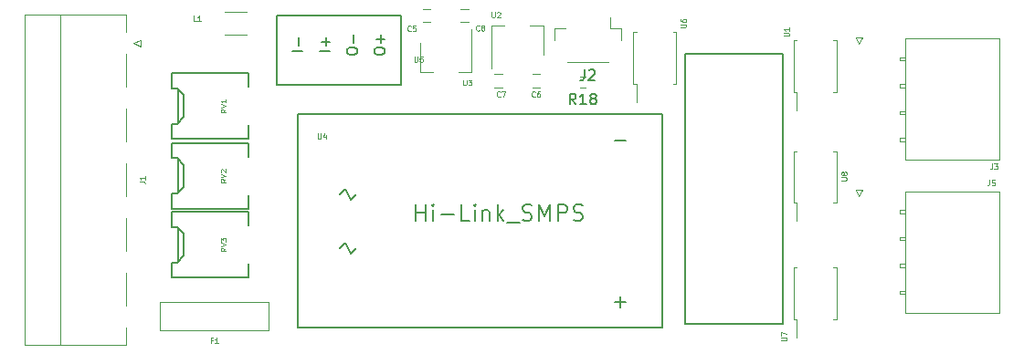
<source format=gto>
G04 #@! TF.GenerationSoftware,KiCad,Pcbnew,(2018-02-15 revision 29b28de31)-makepkg*
G04 #@! TF.CreationDate,2019-05-03T22:38:47+03:00*
G04 #@! TF.ProjectId,din_power_atm90e26,64696E5F706F7765725F61746D393065,rev?*
G04 #@! TF.SameCoordinates,Original*
G04 #@! TF.FileFunction,Legend,Top*
G04 #@! TF.FilePolarity,Positive*
%FSLAX46Y46*%
G04 Gerber Fmt 4.6, Leading zero omitted, Abs format (unit mm)*
G04 Created by KiCad (PCBNEW (2018-02-15 revision 29b28de31)-makepkg) date 05/03/19 22:38:47*
%MOMM*%
%LPD*%
G01*
G04 APERTURE LIST*
%ADD10C,0.120000*%
%ADD11C,0.200000*%
%ADD12C,0.150000*%
G04 APERTURE END LIST*
D10*
X157685000Y-48940000D02*
X157685000Y-47790000D01*
X157685000Y-47790000D02*
X156635000Y-47790000D01*
X156635000Y-47790000D02*
X156635000Y-46800000D01*
X151465000Y-48940000D02*
X151465000Y-47790000D01*
X151465000Y-47790000D02*
X152515000Y-47790000D01*
X156515000Y-50910000D02*
X152635000Y-50910000D01*
X154320000Y-53285000D02*
X153880000Y-53285000D01*
X154320000Y-52265000D02*
X153880000Y-52265000D01*
X173625000Y-59200000D02*
X173925000Y-59200000D01*
X173625000Y-64000000D02*
X173625000Y-59200000D01*
X173925000Y-64000000D02*
X173625000Y-64000000D01*
X177625000Y-64000000D02*
X177325000Y-64000000D01*
X177625000Y-59200000D02*
X177625000Y-64000000D01*
X177325000Y-59200000D02*
X177625000Y-59200000D01*
X173925000Y-64000000D02*
X173925000Y-65700000D01*
X173925000Y-74825000D02*
X173925000Y-76525000D01*
X177325000Y-70025000D02*
X177625000Y-70025000D01*
X177625000Y-70025000D02*
X177625000Y-74825000D01*
X177625000Y-74825000D02*
X177325000Y-74825000D01*
X173925000Y-74825000D02*
X173625000Y-74825000D01*
X173625000Y-74825000D02*
X173625000Y-70025000D01*
X173625000Y-70025000D02*
X173925000Y-70025000D01*
X158775000Y-48150000D02*
X159075000Y-48150000D01*
X158775000Y-52950000D02*
X158775000Y-48150000D01*
X159075000Y-52950000D02*
X158775000Y-52950000D01*
X162775000Y-52950000D02*
X162475000Y-52950000D01*
X162775000Y-48150000D02*
X162775000Y-52950000D01*
X162475000Y-48150000D02*
X162775000Y-48150000D01*
X159075000Y-52950000D02*
X159075000Y-54650000D01*
X173925000Y-53750000D02*
X173925000Y-55450000D01*
X177325000Y-48950000D02*
X177625000Y-48950000D01*
X177625000Y-48950000D02*
X177625000Y-53750000D01*
X177625000Y-53750000D02*
X177325000Y-53750000D01*
X173925000Y-53750000D02*
X173625000Y-53750000D01*
X173625000Y-53750000D02*
X173625000Y-48950000D01*
X173625000Y-48950000D02*
X173925000Y-48950000D01*
D11*
X163628000Y-75217400D02*
X163628000Y-50217400D01*
X163628000Y-75217400D02*
X172628000Y-75217400D01*
X172628000Y-50217400D02*
X163628000Y-50217400D01*
X172628000Y-50217400D02*
X172628000Y-75217400D01*
D10*
X114890000Y-75810000D02*
X114890000Y-73190000D01*
X125009999Y-75810000D02*
X125009999Y-73190000D01*
X125009999Y-73190000D02*
X114890000Y-73190000D01*
X125009999Y-75810000D02*
X114890000Y-75810000D01*
D11*
X125750000Y-53100000D02*
X125750000Y-46600000D01*
X125750000Y-46600000D02*
X137250000Y-46600000D01*
X137250000Y-46600000D02*
X137250000Y-53100000D01*
X137250000Y-53100000D02*
X125750000Y-53100000D01*
X131588000Y-63189000D02*
X132088000Y-62689000D01*
X132088000Y-62689000D02*
X132588000Y-63689000D01*
X132588000Y-63689000D02*
X133088000Y-63189000D01*
X131588000Y-68189000D02*
X132088000Y-67689000D01*
X132088000Y-67689000D02*
X132588000Y-68689000D01*
X132588000Y-68689000D02*
X133088000Y-68189000D01*
X157588000Y-72689000D02*
X157588000Y-73689000D01*
X158088000Y-73189000D02*
X157088000Y-73189000D01*
X158088000Y-58189000D02*
X157088000Y-58189000D01*
X127688000Y-75589000D02*
X161488000Y-75589000D01*
X161488000Y-75589000D02*
X161488000Y-55789000D01*
X161488000Y-55789000D02*
X127688000Y-55789000D01*
X127688000Y-55789000D02*
X127688000Y-75589000D01*
D10*
X192735000Y-62953400D02*
X183975000Y-62953400D01*
X183975000Y-62953400D02*
X183975000Y-74193400D01*
X183975000Y-74193400D02*
X192735000Y-74193400D01*
X192735000Y-74193400D02*
X192735000Y-62953400D01*
X183975000Y-64673400D02*
X183505000Y-64673400D01*
X183505000Y-64673400D02*
X183505000Y-64973400D01*
X183505000Y-64973400D02*
X183975000Y-64973400D01*
X183975000Y-64973400D02*
X183975000Y-64673400D01*
X183975000Y-67173400D02*
X183505000Y-67173400D01*
X183505000Y-67173400D02*
X183505000Y-67473400D01*
X183505000Y-67473400D02*
X183975000Y-67473400D01*
X183975000Y-67473400D02*
X183975000Y-67173400D01*
X183975000Y-69673400D02*
X183505000Y-69673400D01*
X183505000Y-69673400D02*
X183505000Y-69973400D01*
X183505000Y-69973400D02*
X183975000Y-69973400D01*
X183975000Y-69973400D02*
X183975000Y-69673400D01*
X183975000Y-72173400D02*
X183505000Y-72173400D01*
X183505000Y-72173400D02*
X183505000Y-72473400D01*
X183505000Y-72473400D02*
X183975000Y-72473400D01*
X183975000Y-72473400D02*
X183975000Y-72173400D01*
X179705000Y-63423400D02*
X179405000Y-62823400D01*
X179405000Y-62823400D02*
X180005000Y-62823400D01*
X180005000Y-62823400D02*
X179705000Y-63423400D01*
X180005000Y-48650000D02*
X179705000Y-49250000D01*
X179405000Y-48650000D02*
X180005000Y-48650000D01*
X179705000Y-49250000D02*
X179405000Y-48650000D01*
X183975000Y-58300000D02*
X183975000Y-58000000D01*
X183505000Y-58300000D02*
X183975000Y-58300000D01*
X183505000Y-58000000D02*
X183505000Y-58300000D01*
X183975000Y-58000000D02*
X183505000Y-58000000D01*
X183975000Y-55800000D02*
X183975000Y-55500000D01*
X183505000Y-55800000D02*
X183975000Y-55800000D01*
X183505000Y-55500000D02*
X183505000Y-55800000D01*
X183975000Y-55500000D02*
X183505000Y-55500000D01*
X183975000Y-53300000D02*
X183975000Y-53000000D01*
X183505000Y-53300000D02*
X183975000Y-53300000D01*
X183505000Y-53000000D02*
X183505000Y-53300000D01*
X183975000Y-53000000D02*
X183505000Y-53000000D01*
X183975000Y-50800000D02*
X183975000Y-50500000D01*
X183505000Y-50800000D02*
X183975000Y-50800000D01*
X183505000Y-50500000D02*
X183505000Y-50800000D01*
X183975000Y-50500000D02*
X183505000Y-50500000D01*
X192735000Y-60020000D02*
X192735000Y-48780000D01*
X183975000Y-60020000D02*
X192735000Y-60020000D01*
X183975000Y-48780000D02*
X183975000Y-60020000D01*
X192735000Y-48780000D02*
X183975000Y-48780000D01*
X113090000Y-48874400D02*
X113090000Y-49474400D01*
X112490000Y-49174400D02*
X113090000Y-48874400D01*
X113090000Y-49474400D02*
X112490000Y-49174400D01*
X105690000Y-46554400D02*
X105690000Y-77194400D01*
X111770000Y-70544400D02*
X111770000Y-73524400D01*
X111770000Y-65464400D02*
X111770000Y-68444400D01*
X111770000Y-60384400D02*
X111770000Y-63364400D01*
X111770000Y-55304400D02*
X111770000Y-58284400D01*
X111770000Y-50224400D02*
X111770000Y-53204400D01*
X111770000Y-77194400D02*
X111770000Y-75624400D01*
X111770000Y-46554400D02*
X111770000Y-48124400D01*
X102410000Y-77194400D02*
X111770000Y-77194400D01*
X102410000Y-46554400D02*
X102410000Y-77194400D01*
X111770000Y-46554400D02*
X102410000Y-46554400D01*
X149225000Y-47545000D02*
X150425000Y-47545000D01*
X150425000Y-47545000D02*
X150425000Y-50245000D01*
X145625000Y-51545000D02*
X145625000Y-47545000D01*
X145625000Y-47545000D02*
X146825000Y-47545000D01*
X143800000Y-51880000D02*
X142600000Y-51880000D01*
X143800000Y-47880000D02*
X143800000Y-51880000D01*
X139000000Y-51880000D02*
X139000000Y-49180000D01*
X140200000Y-51880000D02*
X139000000Y-51880000D01*
X122948000Y-48437400D02*
X120948000Y-48437400D01*
X120948000Y-46297400D02*
X122948000Y-46297400D01*
X140000000Y-47200000D02*
X139300000Y-47200000D01*
X139300000Y-46000000D02*
X140000000Y-46000000D01*
X149425000Y-52075000D02*
X150125000Y-52075000D01*
X150125000Y-53275000D02*
X149425000Y-53275000D01*
X145925000Y-52075000D02*
X146625000Y-52075000D01*
X146625000Y-53275000D02*
X145925000Y-53275000D01*
X143500000Y-47200000D02*
X142800000Y-47200000D01*
X142800000Y-46000000D02*
X143500000Y-46000000D01*
D12*
X115994000Y-51973000D02*
X123106000Y-51973000D01*
X123106000Y-58069000D02*
X115994000Y-58069000D01*
X116502000Y-56672000D02*
X117137000Y-56037000D01*
X115994000Y-56672000D02*
X116502000Y-56672000D01*
X117137000Y-54005000D02*
X117137000Y-56037000D01*
X116502000Y-53370000D02*
X117137000Y-54005000D01*
X115994000Y-53370000D02*
X116502000Y-53370000D01*
X123106000Y-58069000D02*
X123106000Y-56799000D01*
X123106000Y-51973000D02*
X123106000Y-53243000D01*
X115994000Y-51973000D02*
X115994000Y-53370000D01*
X115994000Y-56672000D02*
X115994000Y-58069000D01*
X116629000Y-56545000D02*
X116629000Y-53497000D01*
X116629000Y-63022000D02*
X116629000Y-59974000D01*
X115994000Y-63149000D02*
X115994000Y-64546000D01*
X115994000Y-58450000D02*
X115994000Y-59847000D01*
X123106000Y-58450000D02*
X123106000Y-59720000D01*
X123106000Y-64546000D02*
X123106000Y-63276000D01*
X115994000Y-59847000D02*
X116502000Y-59847000D01*
X116502000Y-59847000D02*
X117137000Y-60482000D01*
X117137000Y-60482000D02*
X117137000Y-62514000D01*
X115994000Y-63149000D02*
X116502000Y-63149000D01*
X116502000Y-63149000D02*
X117137000Y-62514000D01*
X123106000Y-64546000D02*
X115994000Y-64546000D01*
X115994000Y-58450000D02*
X123106000Y-58450000D01*
X115994000Y-64852000D02*
X123106000Y-64852000D01*
X123106000Y-70948000D02*
X115994000Y-70948000D01*
X116502000Y-69551000D02*
X117137000Y-68916000D01*
X115994000Y-69551000D02*
X116502000Y-69551000D01*
X117137000Y-66884000D02*
X117137000Y-68916000D01*
X116502000Y-66249000D02*
X117137000Y-66884000D01*
X115994000Y-66249000D02*
X116502000Y-66249000D01*
X123106000Y-70948000D02*
X123106000Y-69678000D01*
X123106000Y-64852000D02*
X123106000Y-66122000D01*
X115994000Y-64852000D02*
X115994000Y-66249000D01*
X115994000Y-69551000D02*
X115994000Y-70948000D01*
X116629000Y-69424000D02*
X116629000Y-66376000D01*
X154241666Y-51652380D02*
X154241666Y-52366666D01*
X154194047Y-52509523D01*
X154098809Y-52604761D01*
X153955952Y-52652380D01*
X153860714Y-52652380D01*
X154670238Y-51747619D02*
X154717857Y-51700000D01*
X154813095Y-51652380D01*
X155051190Y-51652380D01*
X155146428Y-51700000D01*
X155194047Y-51747619D01*
X155241666Y-51842857D01*
X155241666Y-51938095D01*
X155194047Y-52080952D01*
X154622619Y-52652380D01*
X155241666Y-52652380D01*
X153457142Y-54877380D02*
X153123809Y-54401190D01*
X152885714Y-54877380D02*
X152885714Y-53877380D01*
X153266666Y-53877380D01*
X153361904Y-53925000D01*
X153409523Y-53972619D01*
X153457142Y-54067857D01*
X153457142Y-54210714D01*
X153409523Y-54305952D01*
X153361904Y-54353571D01*
X153266666Y-54401190D01*
X152885714Y-54401190D01*
X154409523Y-54877380D02*
X153838095Y-54877380D01*
X154123809Y-54877380D02*
X154123809Y-53877380D01*
X154028571Y-54020238D01*
X153933333Y-54115476D01*
X153838095Y-54163095D01*
X154980952Y-54305952D02*
X154885714Y-54258333D01*
X154838095Y-54210714D01*
X154790476Y-54115476D01*
X154790476Y-54067857D01*
X154838095Y-53972619D01*
X154885714Y-53925000D01*
X154980952Y-53877380D01*
X155171428Y-53877380D01*
X155266666Y-53925000D01*
X155314285Y-53972619D01*
X155361904Y-54067857D01*
X155361904Y-54115476D01*
X155314285Y-54210714D01*
X155266666Y-54258333D01*
X155171428Y-54305952D01*
X154980952Y-54305952D01*
X154885714Y-54353571D01*
X154838095Y-54401190D01*
X154790476Y-54496428D01*
X154790476Y-54686904D01*
X154838095Y-54782142D01*
X154885714Y-54829761D01*
X154980952Y-54877380D01*
X155171428Y-54877380D01*
X155266666Y-54829761D01*
X155314285Y-54782142D01*
X155361904Y-54686904D01*
X155361904Y-54496428D01*
X155314285Y-54401190D01*
X155266666Y-54353571D01*
X155171428Y-54305952D01*
D10*
X178076190Y-61930952D02*
X178480952Y-61930952D01*
X178528571Y-61907142D01*
X178552380Y-61883333D01*
X178576190Y-61835714D01*
X178576190Y-61740476D01*
X178552380Y-61692857D01*
X178528571Y-61669047D01*
X178480952Y-61645238D01*
X178076190Y-61645238D01*
X178290476Y-61335714D02*
X178266666Y-61383333D01*
X178242857Y-61407142D01*
X178195238Y-61430952D01*
X178171428Y-61430952D01*
X178123809Y-61407142D01*
X178100000Y-61383333D01*
X178076190Y-61335714D01*
X178076190Y-61240476D01*
X178100000Y-61192857D01*
X178123809Y-61169047D01*
X178171428Y-61145238D01*
X178195238Y-61145238D01*
X178242857Y-61169047D01*
X178266666Y-61192857D01*
X178290476Y-61240476D01*
X178290476Y-61335714D01*
X178314285Y-61383333D01*
X178338095Y-61407142D01*
X178385714Y-61430952D01*
X178480952Y-61430952D01*
X178528571Y-61407142D01*
X178552380Y-61383333D01*
X178576190Y-61335714D01*
X178576190Y-61240476D01*
X178552380Y-61192857D01*
X178528571Y-61169047D01*
X178480952Y-61145238D01*
X178385714Y-61145238D01*
X178338095Y-61169047D01*
X178314285Y-61192857D01*
X178290476Y-61240476D01*
X172501190Y-76780952D02*
X172905952Y-76780952D01*
X172953571Y-76757142D01*
X172977380Y-76733333D01*
X173001190Y-76685714D01*
X173001190Y-76590476D01*
X172977380Y-76542857D01*
X172953571Y-76519047D01*
X172905952Y-76495238D01*
X172501190Y-76495238D01*
X172501190Y-76304761D02*
X172501190Y-75971428D01*
X173001190Y-76185714D01*
X163176190Y-47730952D02*
X163580952Y-47730952D01*
X163628571Y-47707142D01*
X163652380Y-47683333D01*
X163676190Y-47635714D01*
X163676190Y-47540476D01*
X163652380Y-47492857D01*
X163628571Y-47469047D01*
X163580952Y-47445238D01*
X163176190Y-47445238D01*
X163176190Y-46992857D02*
X163176190Y-47088095D01*
X163200000Y-47135714D01*
X163223809Y-47159523D01*
X163295238Y-47207142D01*
X163390476Y-47230952D01*
X163580952Y-47230952D01*
X163628571Y-47207142D01*
X163652380Y-47183333D01*
X163676190Y-47135714D01*
X163676190Y-47040476D01*
X163652380Y-46992857D01*
X163628571Y-46969047D01*
X163580952Y-46945238D01*
X163461904Y-46945238D01*
X163414285Y-46969047D01*
X163390476Y-46992857D01*
X163366666Y-47040476D01*
X163366666Y-47135714D01*
X163390476Y-47183333D01*
X163414285Y-47207142D01*
X163461904Y-47230952D01*
X172726190Y-48530952D02*
X173130952Y-48530952D01*
X173178571Y-48507142D01*
X173202380Y-48483333D01*
X173226190Y-48435714D01*
X173226190Y-48340476D01*
X173202380Y-48292857D01*
X173178571Y-48269047D01*
X173130952Y-48245238D01*
X172726190Y-48245238D01*
X173226190Y-47745238D02*
X173226190Y-48030952D01*
X173226190Y-47888095D02*
X172726190Y-47888095D01*
X172797619Y-47935714D01*
X172845238Y-47983333D01*
X172869047Y-48030952D01*
X119783333Y-76774285D02*
X119616666Y-76774285D01*
X119616666Y-77036190D02*
X119616666Y-76536190D01*
X119854761Y-76536190D01*
X120307142Y-77036190D02*
X120021428Y-77036190D01*
X120164285Y-77036190D02*
X120164285Y-76536190D01*
X120116666Y-76607619D01*
X120069047Y-76655238D01*
X120021428Y-76679047D01*
X138485047Y-50433190D02*
X138485047Y-50837952D01*
X138508857Y-50885571D01*
X138532666Y-50909380D01*
X138580285Y-50933190D01*
X138675523Y-50933190D01*
X138723142Y-50909380D01*
X138746952Y-50885571D01*
X138770761Y-50837952D01*
X138770761Y-50433190D01*
X139246952Y-50433190D02*
X139008857Y-50433190D01*
X138985047Y-50671285D01*
X139008857Y-50647476D01*
X139056476Y-50623666D01*
X139175523Y-50623666D01*
X139223142Y-50647476D01*
X139246952Y-50671285D01*
X139270761Y-50718904D01*
X139270761Y-50837952D01*
X139246952Y-50885571D01*
X139223142Y-50909380D01*
X139175523Y-50933190D01*
X139056476Y-50933190D01*
X139008857Y-50909380D01*
X138985047Y-50885571D01*
D12*
X134762380Y-50024285D02*
X134762380Y-49833809D01*
X134810000Y-49738571D01*
X134905238Y-49643333D01*
X135095714Y-49595714D01*
X135429047Y-49595714D01*
X135619523Y-49643333D01*
X135714761Y-49738571D01*
X135762380Y-49833809D01*
X135762380Y-50024285D01*
X135714761Y-50119523D01*
X135619523Y-50214761D01*
X135429047Y-50262380D01*
X135095714Y-50262380D01*
X134905238Y-50214761D01*
X134810000Y-50119523D01*
X134762380Y-50024285D01*
X135381428Y-49167142D02*
X135381428Y-48405238D01*
X135762380Y-48786190D02*
X135000476Y-48786190D01*
X132222380Y-50024285D02*
X132222380Y-49833809D01*
X132270000Y-49738571D01*
X132365238Y-49643333D01*
X132555714Y-49595714D01*
X132889047Y-49595714D01*
X133079523Y-49643333D01*
X133174761Y-49738571D01*
X133222380Y-49833809D01*
X133222380Y-50024285D01*
X133174761Y-50119523D01*
X133079523Y-50214761D01*
X132889047Y-50262380D01*
X132555714Y-50262380D01*
X132365238Y-50214761D01*
X132270000Y-50119523D01*
X132222380Y-50024285D01*
X132841428Y-49167142D02*
X132841428Y-48405238D01*
X130682380Y-49929047D02*
X129682380Y-49929047D01*
X130301428Y-49452857D02*
X130301428Y-48690952D01*
X130682380Y-49071904D02*
X129920476Y-49071904D01*
X128142380Y-49929047D02*
X127142380Y-49929047D01*
X127761428Y-49452857D02*
X127761428Y-48690952D01*
D10*
X129545047Y-57545190D02*
X129545047Y-57949952D01*
X129568857Y-57997571D01*
X129592666Y-58021380D01*
X129640285Y-58045190D01*
X129735523Y-58045190D01*
X129783142Y-58021380D01*
X129806952Y-57997571D01*
X129830761Y-57949952D01*
X129830761Y-57545190D01*
X130283142Y-57711857D02*
X130283142Y-58045190D01*
X130164095Y-57521380D02*
X130045047Y-57878523D01*
X130354571Y-57878523D01*
D12*
X138642948Y-65672308D02*
X138642948Y-64148308D01*
X138642948Y-64874022D02*
X139513805Y-64874022D01*
X139513805Y-65672308D02*
X139513805Y-64148308D01*
X140239520Y-65672308D02*
X140239520Y-64656308D01*
X140239520Y-64148308D02*
X140166948Y-64220880D01*
X140239520Y-64293451D01*
X140312091Y-64220880D01*
X140239520Y-64148308D01*
X140239520Y-64293451D01*
X140965234Y-65091737D02*
X142126377Y-65091737D01*
X143577805Y-65672308D02*
X142852091Y-65672308D01*
X142852091Y-64148308D01*
X144085805Y-65672308D02*
X144085805Y-64656308D01*
X144085805Y-64148308D02*
X144013234Y-64220880D01*
X144085805Y-64293451D01*
X144158377Y-64220880D01*
X144085805Y-64148308D01*
X144085805Y-64293451D01*
X144811520Y-64656308D02*
X144811520Y-65672308D01*
X144811520Y-64801451D02*
X144884091Y-64728880D01*
X145029234Y-64656308D01*
X145246948Y-64656308D01*
X145392091Y-64728880D01*
X145464662Y-64874022D01*
X145464662Y-65672308D01*
X146190377Y-65672308D02*
X146190377Y-64148308D01*
X146335520Y-65091737D02*
X146770948Y-65672308D01*
X146770948Y-64656308D02*
X146190377Y-65236880D01*
X147061234Y-65817451D02*
X148222377Y-65817451D01*
X148512662Y-65599737D02*
X148730377Y-65672308D01*
X149093234Y-65672308D01*
X149238377Y-65599737D01*
X149310948Y-65527165D01*
X149383520Y-65382022D01*
X149383520Y-65236880D01*
X149310948Y-65091737D01*
X149238377Y-65019165D01*
X149093234Y-64946594D01*
X148802948Y-64874022D01*
X148657805Y-64801451D01*
X148585234Y-64728880D01*
X148512662Y-64583737D01*
X148512662Y-64438594D01*
X148585234Y-64293451D01*
X148657805Y-64220880D01*
X148802948Y-64148308D01*
X149165805Y-64148308D01*
X149383520Y-64220880D01*
X150036662Y-65672308D02*
X150036662Y-64148308D01*
X150544662Y-65236880D01*
X151052662Y-64148308D01*
X151052662Y-65672308D01*
X151778377Y-65672308D02*
X151778377Y-64148308D01*
X152358948Y-64148308D01*
X152504091Y-64220880D01*
X152576662Y-64293451D01*
X152649234Y-64438594D01*
X152649234Y-64656308D01*
X152576662Y-64801451D01*
X152504091Y-64874022D01*
X152358948Y-64946594D01*
X151778377Y-64946594D01*
X153229805Y-65599737D02*
X153447520Y-65672308D01*
X153810377Y-65672308D01*
X153955520Y-65599737D01*
X154028091Y-65527165D01*
X154100662Y-65382022D01*
X154100662Y-65236880D01*
X154028091Y-65091737D01*
X153955520Y-65019165D01*
X153810377Y-64946594D01*
X153520091Y-64874022D01*
X153374948Y-64801451D01*
X153302377Y-64728880D01*
X153229805Y-64583737D01*
X153229805Y-64438594D01*
X153302377Y-64293451D01*
X153374948Y-64220880D01*
X153520091Y-64148308D01*
X153882948Y-64148308D01*
X154100662Y-64220880D01*
D10*
X191783333Y-61901190D02*
X191783333Y-62258333D01*
X191759523Y-62329761D01*
X191711904Y-62377380D01*
X191640476Y-62401190D01*
X191592857Y-62401190D01*
X192259523Y-61901190D02*
X192021428Y-61901190D01*
X191997619Y-62139285D01*
X192021428Y-62115476D01*
X192069047Y-62091666D01*
X192188095Y-62091666D01*
X192235714Y-62115476D01*
X192259523Y-62139285D01*
X192283333Y-62186904D01*
X192283333Y-62305952D01*
X192259523Y-62353571D01*
X192235714Y-62377380D01*
X192188095Y-62401190D01*
X192069047Y-62401190D01*
X192021428Y-62377380D01*
X191997619Y-62353571D01*
X192033333Y-60380790D02*
X192033333Y-60737933D01*
X192009523Y-60809361D01*
X191961904Y-60856980D01*
X191890476Y-60880790D01*
X191842857Y-60880790D01*
X192223809Y-60380790D02*
X192533333Y-60380790D01*
X192366666Y-60571266D01*
X192438095Y-60571266D01*
X192485714Y-60595076D01*
X192509523Y-60618885D01*
X192533333Y-60666504D01*
X192533333Y-60785552D01*
X192509523Y-60833171D01*
X192485714Y-60856980D01*
X192438095Y-60880790D01*
X192295238Y-60880790D01*
X192247619Y-60856980D01*
X192223809Y-60833171D01*
X113016190Y-62041066D02*
X113373333Y-62041066D01*
X113444761Y-62064876D01*
X113492380Y-62112495D01*
X113516190Y-62183923D01*
X113516190Y-62231542D01*
X113516190Y-61541066D02*
X113516190Y-61826780D01*
X113516190Y-61683923D02*
X113016190Y-61683923D01*
X113087619Y-61731542D01*
X113135238Y-61779161D01*
X113159047Y-61826780D01*
X145664047Y-46311190D02*
X145664047Y-46715952D01*
X145687857Y-46763571D01*
X145711666Y-46787380D01*
X145759285Y-46811190D01*
X145854523Y-46811190D01*
X145902142Y-46787380D01*
X145925952Y-46763571D01*
X145949761Y-46715952D01*
X145949761Y-46311190D01*
X146164047Y-46358809D02*
X146187857Y-46335000D01*
X146235476Y-46311190D01*
X146354523Y-46311190D01*
X146402142Y-46335000D01*
X146425952Y-46358809D01*
X146449761Y-46406428D01*
X146449761Y-46454047D01*
X146425952Y-46525476D01*
X146140238Y-46811190D01*
X146449761Y-46811190D01*
X143029047Y-52596190D02*
X143029047Y-53000952D01*
X143052857Y-53048571D01*
X143076666Y-53072380D01*
X143124285Y-53096190D01*
X143219523Y-53096190D01*
X143267142Y-53072380D01*
X143290952Y-53048571D01*
X143314761Y-53000952D01*
X143314761Y-52596190D01*
X143505238Y-52596190D02*
X143814761Y-52596190D01*
X143648095Y-52786666D01*
X143719523Y-52786666D01*
X143767142Y-52810476D01*
X143790952Y-52834285D01*
X143814761Y-52881904D01*
X143814761Y-53000952D01*
X143790952Y-53048571D01*
X143767142Y-53072380D01*
X143719523Y-53096190D01*
X143576666Y-53096190D01*
X143529047Y-53072380D01*
X143505238Y-53048571D01*
X118254666Y-47163590D02*
X118016571Y-47163590D01*
X118016571Y-46663590D01*
X118683238Y-47163590D02*
X118397523Y-47163590D01*
X118540380Y-47163590D02*
X118540380Y-46663590D01*
X118492761Y-46735019D01*
X118445142Y-46782638D01*
X118397523Y-46806447D01*
X138166666Y-48028571D02*
X138142857Y-48052380D01*
X138071428Y-48076190D01*
X138023809Y-48076190D01*
X137952380Y-48052380D01*
X137904761Y-48004761D01*
X137880952Y-47957142D01*
X137857142Y-47861904D01*
X137857142Y-47790476D01*
X137880952Y-47695238D01*
X137904761Y-47647619D01*
X137952380Y-47600000D01*
X138023809Y-47576190D01*
X138071428Y-47576190D01*
X138142857Y-47600000D01*
X138166666Y-47623809D01*
X138619047Y-47576190D02*
X138380952Y-47576190D01*
X138357142Y-47814285D01*
X138380952Y-47790476D01*
X138428571Y-47766666D01*
X138547619Y-47766666D01*
X138595238Y-47790476D01*
X138619047Y-47814285D01*
X138642857Y-47861904D01*
X138642857Y-47980952D01*
X138619047Y-48028571D01*
X138595238Y-48052380D01*
X138547619Y-48076190D01*
X138428571Y-48076190D01*
X138380952Y-48052380D01*
X138357142Y-48028571D01*
X149679666Y-54123571D02*
X149655857Y-54147380D01*
X149584428Y-54171190D01*
X149536809Y-54171190D01*
X149465380Y-54147380D01*
X149417761Y-54099761D01*
X149393952Y-54052142D01*
X149370142Y-53956904D01*
X149370142Y-53885476D01*
X149393952Y-53790238D01*
X149417761Y-53742619D01*
X149465380Y-53695000D01*
X149536809Y-53671190D01*
X149584428Y-53671190D01*
X149655857Y-53695000D01*
X149679666Y-53718809D01*
X150108238Y-53671190D02*
X150013000Y-53671190D01*
X149965380Y-53695000D01*
X149941571Y-53718809D01*
X149893952Y-53790238D01*
X149870142Y-53885476D01*
X149870142Y-54075952D01*
X149893952Y-54123571D01*
X149917761Y-54147380D01*
X149965380Y-54171190D01*
X150060619Y-54171190D01*
X150108238Y-54147380D01*
X150132047Y-54123571D01*
X150155857Y-54075952D01*
X150155857Y-53956904D01*
X150132047Y-53909285D01*
X150108238Y-53885476D01*
X150060619Y-53861666D01*
X149965380Y-53861666D01*
X149917761Y-53885476D01*
X149893952Y-53909285D01*
X149870142Y-53956904D01*
X146445666Y-54123571D02*
X146421857Y-54147380D01*
X146350428Y-54171190D01*
X146302809Y-54171190D01*
X146231380Y-54147380D01*
X146183761Y-54099761D01*
X146159952Y-54052142D01*
X146136142Y-53956904D01*
X146136142Y-53885476D01*
X146159952Y-53790238D01*
X146183761Y-53742619D01*
X146231380Y-53695000D01*
X146302809Y-53671190D01*
X146350428Y-53671190D01*
X146421857Y-53695000D01*
X146445666Y-53718809D01*
X146612333Y-53671190D02*
X146945666Y-53671190D01*
X146731380Y-54171190D01*
X144516666Y-47978571D02*
X144492857Y-48002380D01*
X144421428Y-48026190D01*
X144373809Y-48026190D01*
X144302380Y-48002380D01*
X144254761Y-47954761D01*
X144230952Y-47907142D01*
X144207142Y-47811904D01*
X144207142Y-47740476D01*
X144230952Y-47645238D01*
X144254761Y-47597619D01*
X144302380Y-47550000D01*
X144373809Y-47526190D01*
X144421428Y-47526190D01*
X144492857Y-47550000D01*
X144516666Y-47573809D01*
X144802380Y-47740476D02*
X144754761Y-47716666D01*
X144730952Y-47692857D01*
X144707142Y-47645238D01*
X144707142Y-47621428D01*
X144730952Y-47573809D01*
X144754761Y-47550000D01*
X144802380Y-47526190D01*
X144897619Y-47526190D01*
X144945238Y-47550000D01*
X144969047Y-47573809D01*
X144992857Y-47621428D01*
X144992857Y-47645238D01*
X144969047Y-47692857D01*
X144945238Y-47716666D01*
X144897619Y-47740476D01*
X144802380Y-47740476D01*
X144754761Y-47764285D01*
X144730952Y-47788095D01*
X144707142Y-47835714D01*
X144707142Y-47930952D01*
X144730952Y-47978571D01*
X144754761Y-48002380D01*
X144802380Y-48026190D01*
X144897619Y-48026190D01*
X144945238Y-48002380D01*
X144969047Y-47978571D01*
X144992857Y-47930952D01*
X144992857Y-47835714D01*
X144969047Y-47788095D01*
X144945238Y-47764285D01*
X144897619Y-47740476D01*
X121041110Y-55318619D02*
X120803015Y-55485285D01*
X121041110Y-55604333D02*
X120541110Y-55604333D01*
X120541110Y-55413857D01*
X120564920Y-55366238D01*
X120588729Y-55342428D01*
X120636348Y-55318619D01*
X120707777Y-55318619D01*
X120755396Y-55342428D01*
X120779205Y-55366238D01*
X120803015Y-55413857D01*
X120803015Y-55604333D01*
X120541110Y-55175761D02*
X121041110Y-55009095D01*
X120541110Y-54842428D01*
X121041110Y-54413857D02*
X121041110Y-54699571D01*
X121041110Y-54556714D02*
X120541110Y-54556714D01*
X120612539Y-54604333D01*
X120660158Y-54651952D01*
X120683967Y-54699571D01*
X121041110Y-61795619D02*
X120803015Y-61962285D01*
X121041110Y-62081333D02*
X120541110Y-62081333D01*
X120541110Y-61890857D01*
X120564920Y-61843238D01*
X120588729Y-61819428D01*
X120636348Y-61795619D01*
X120707777Y-61795619D01*
X120755396Y-61819428D01*
X120779205Y-61843238D01*
X120803015Y-61890857D01*
X120803015Y-62081333D01*
X120541110Y-61652761D02*
X121041110Y-61486095D01*
X120541110Y-61319428D01*
X120588729Y-61176571D02*
X120564920Y-61152761D01*
X120541110Y-61105142D01*
X120541110Y-60986095D01*
X120564920Y-60938476D01*
X120588729Y-60914666D01*
X120636348Y-60890857D01*
X120683967Y-60890857D01*
X120755396Y-60914666D01*
X121041110Y-61200380D01*
X121041110Y-60890857D01*
X121041110Y-68197619D02*
X120803015Y-68364285D01*
X121041110Y-68483333D02*
X120541110Y-68483333D01*
X120541110Y-68292857D01*
X120564920Y-68245238D01*
X120588729Y-68221428D01*
X120636348Y-68197619D01*
X120707777Y-68197619D01*
X120755396Y-68221428D01*
X120779205Y-68245238D01*
X120803015Y-68292857D01*
X120803015Y-68483333D01*
X120541110Y-68054761D02*
X121041110Y-67888095D01*
X120541110Y-67721428D01*
X120541110Y-67602380D02*
X120541110Y-67292857D01*
X120731586Y-67459523D01*
X120731586Y-67388095D01*
X120755396Y-67340476D01*
X120779205Y-67316666D01*
X120826824Y-67292857D01*
X120945872Y-67292857D01*
X120993491Y-67316666D01*
X121017300Y-67340476D01*
X121041110Y-67388095D01*
X121041110Y-67530952D01*
X121017300Y-67578571D01*
X120993491Y-67602380D01*
M02*

</source>
